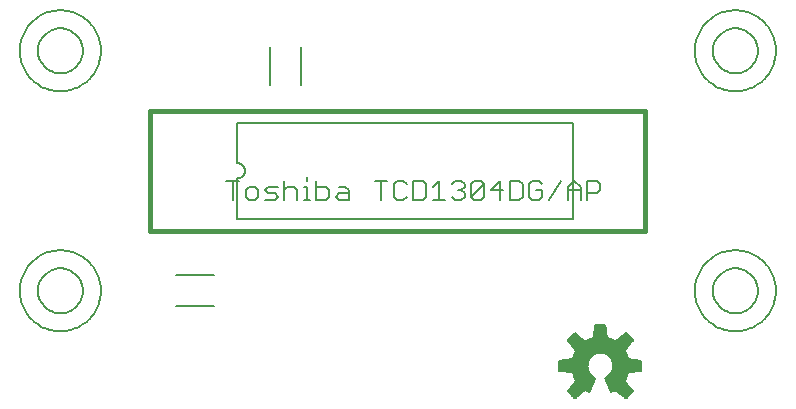
<source format=gto>
G75*
G70*
%OFA0B0*%
%FSLAX24Y24*%
%IPPOS*%
%LPD*%
%AMOC8*
5,1,8,0,0,1.08239X$1,22.5*
%
%ADD10C,0.0060*%
%ADD11C,0.0160*%
%ADD12C,0.0080*%
%ADD13C,0.0059*%
D10*
X000750Y005100D02*
X000752Y005173D01*
X000758Y005246D01*
X000768Y005318D01*
X000782Y005390D01*
X000799Y005461D01*
X000821Y005531D01*
X000846Y005600D01*
X000875Y005667D01*
X000907Y005732D01*
X000943Y005796D01*
X000983Y005858D01*
X001025Y005917D01*
X001071Y005974D01*
X001120Y006028D01*
X001172Y006080D01*
X001226Y006129D01*
X001283Y006175D01*
X001342Y006217D01*
X001404Y006257D01*
X001468Y006293D01*
X001533Y006325D01*
X001600Y006354D01*
X001669Y006379D01*
X001739Y006401D01*
X001810Y006418D01*
X001882Y006432D01*
X001954Y006442D01*
X002027Y006448D01*
X002100Y006450D01*
X002173Y006448D01*
X002246Y006442D01*
X002318Y006432D01*
X002390Y006418D01*
X002461Y006401D01*
X002531Y006379D01*
X002600Y006354D01*
X002667Y006325D01*
X002732Y006293D01*
X002796Y006257D01*
X002858Y006217D01*
X002917Y006175D01*
X002974Y006129D01*
X003028Y006080D01*
X003080Y006028D01*
X003129Y005974D01*
X003175Y005917D01*
X003217Y005858D01*
X003257Y005796D01*
X003293Y005732D01*
X003325Y005667D01*
X003354Y005600D01*
X003379Y005531D01*
X003401Y005461D01*
X003418Y005390D01*
X003432Y005318D01*
X003442Y005246D01*
X003448Y005173D01*
X003450Y005100D01*
X003448Y005027D01*
X003442Y004954D01*
X003432Y004882D01*
X003418Y004810D01*
X003401Y004739D01*
X003379Y004669D01*
X003354Y004600D01*
X003325Y004533D01*
X003293Y004468D01*
X003257Y004404D01*
X003217Y004342D01*
X003175Y004283D01*
X003129Y004226D01*
X003080Y004172D01*
X003028Y004120D01*
X002974Y004071D01*
X002917Y004025D01*
X002858Y003983D01*
X002796Y003943D01*
X002732Y003907D01*
X002667Y003875D01*
X002600Y003846D01*
X002531Y003821D01*
X002461Y003799D01*
X002390Y003782D01*
X002318Y003768D01*
X002246Y003758D01*
X002173Y003752D01*
X002100Y003750D01*
X002027Y003752D01*
X001954Y003758D01*
X001882Y003768D01*
X001810Y003782D01*
X001739Y003799D01*
X001669Y003821D01*
X001600Y003846D01*
X001533Y003875D01*
X001468Y003907D01*
X001404Y003943D01*
X001342Y003983D01*
X001283Y004025D01*
X001226Y004071D01*
X001172Y004120D01*
X001120Y004172D01*
X001071Y004226D01*
X001025Y004283D01*
X000983Y004342D01*
X000943Y004404D01*
X000907Y004468D01*
X000875Y004533D01*
X000846Y004600D01*
X000821Y004669D01*
X000799Y004739D01*
X000782Y004810D01*
X000768Y004882D01*
X000758Y004954D01*
X000752Y005027D01*
X000750Y005100D01*
X007630Y008771D02*
X008057Y008771D01*
X008000Y008850D02*
X008000Y007500D01*
X019200Y007500D01*
X019200Y010700D01*
X008000Y010700D01*
X008000Y009350D01*
X008030Y009348D01*
X008060Y009343D01*
X008089Y009334D01*
X008116Y009321D01*
X008142Y009306D01*
X008166Y009287D01*
X008187Y009266D01*
X008206Y009242D01*
X008221Y009216D01*
X008234Y009189D01*
X008243Y009160D01*
X008248Y009130D01*
X008250Y009100D01*
X008248Y009070D01*
X008243Y009040D01*
X008234Y009011D01*
X008221Y008984D01*
X008206Y008958D01*
X008187Y008934D01*
X008166Y008913D01*
X008142Y008894D01*
X008116Y008879D01*
X008089Y008866D01*
X008060Y008857D01*
X008030Y008852D01*
X008000Y008850D01*
X007844Y008771D02*
X007844Y008130D01*
X008275Y008237D02*
X008381Y008130D01*
X008595Y008130D01*
X008702Y008237D01*
X008702Y008450D01*
X008595Y008557D01*
X008381Y008557D01*
X008275Y008450D01*
X008275Y008237D01*
X008919Y008130D02*
X009239Y008130D01*
X009346Y008237D01*
X009239Y008344D01*
X009026Y008344D01*
X008919Y008450D01*
X009026Y008557D01*
X009346Y008557D01*
X009564Y008450D02*
X009670Y008557D01*
X009884Y008557D01*
X009991Y008450D01*
X009991Y008130D01*
X010208Y008130D02*
X010422Y008130D01*
X010315Y008130D02*
X010315Y008557D01*
X010208Y008557D01*
X010638Y008557D02*
X010958Y008557D01*
X011065Y008450D01*
X011065Y008237D01*
X010958Y008130D01*
X010638Y008130D01*
X010638Y008771D01*
X010315Y008771D02*
X010315Y008877D01*
X009564Y008771D02*
X009564Y008130D01*
X011282Y008237D02*
X011389Y008130D01*
X011709Y008130D01*
X011709Y008450D01*
X011603Y008557D01*
X011389Y008557D01*
X011389Y008344D02*
X011709Y008344D01*
X011389Y008344D02*
X011282Y008237D01*
X012572Y008771D02*
X012999Y008771D01*
X012785Y008771D02*
X012785Y008130D01*
X013216Y008237D02*
X013323Y008130D01*
X013536Y008130D01*
X013643Y008237D01*
X013861Y008130D02*
X014181Y008130D01*
X014288Y008237D01*
X014288Y008664D01*
X014181Y008771D01*
X013861Y008771D01*
X013861Y008130D01*
X013216Y008237D02*
X013216Y008664D01*
X013323Y008771D01*
X013536Y008771D01*
X013643Y008664D01*
X014505Y008557D02*
X014719Y008771D01*
X014719Y008130D01*
X014932Y008130D02*
X014505Y008130D01*
X015150Y008237D02*
X015257Y008130D01*
X015470Y008130D01*
X015577Y008237D01*
X015577Y008344D01*
X015470Y008450D01*
X015363Y008450D01*
X015470Y008450D02*
X015577Y008557D01*
X015577Y008664D01*
X015470Y008771D01*
X015257Y008771D01*
X015150Y008664D01*
X015794Y008664D02*
X015794Y008237D01*
X016221Y008664D01*
X016221Y008237D01*
X016115Y008130D01*
X015901Y008130D01*
X015794Y008237D01*
X016439Y008450D02*
X016866Y008450D01*
X016759Y008130D02*
X016759Y008771D01*
X016439Y008450D01*
X016221Y008664D02*
X016115Y008771D01*
X015901Y008771D01*
X015794Y008664D01*
X017083Y008771D02*
X017083Y008130D01*
X017404Y008130D01*
X017510Y008237D01*
X017510Y008664D01*
X017404Y008771D01*
X017083Y008771D01*
X017728Y008664D02*
X017728Y008237D01*
X017835Y008130D01*
X018048Y008130D01*
X018155Y008237D01*
X018155Y008450D01*
X017941Y008450D01*
X017728Y008664D02*
X017835Y008771D01*
X018048Y008771D01*
X018155Y008664D01*
X018372Y008130D02*
X018800Y008771D01*
X019017Y008557D02*
X019231Y008771D01*
X019444Y008557D01*
X019444Y008130D01*
X019662Y008130D02*
X019662Y008771D01*
X019982Y008771D01*
X020089Y008664D01*
X020089Y008450D01*
X019982Y008344D01*
X019662Y008344D01*
X019444Y008450D02*
X019017Y008450D01*
X019017Y008557D02*
X019017Y008130D01*
X023250Y005100D02*
X023252Y005173D01*
X023258Y005246D01*
X023268Y005318D01*
X023282Y005390D01*
X023299Y005461D01*
X023321Y005531D01*
X023346Y005600D01*
X023375Y005667D01*
X023407Y005732D01*
X023443Y005796D01*
X023483Y005858D01*
X023525Y005917D01*
X023571Y005974D01*
X023620Y006028D01*
X023672Y006080D01*
X023726Y006129D01*
X023783Y006175D01*
X023842Y006217D01*
X023904Y006257D01*
X023968Y006293D01*
X024033Y006325D01*
X024100Y006354D01*
X024169Y006379D01*
X024239Y006401D01*
X024310Y006418D01*
X024382Y006432D01*
X024454Y006442D01*
X024527Y006448D01*
X024600Y006450D01*
X024673Y006448D01*
X024746Y006442D01*
X024818Y006432D01*
X024890Y006418D01*
X024961Y006401D01*
X025031Y006379D01*
X025100Y006354D01*
X025167Y006325D01*
X025232Y006293D01*
X025296Y006257D01*
X025358Y006217D01*
X025417Y006175D01*
X025474Y006129D01*
X025528Y006080D01*
X025580Y006028D01*
X025629Y005974D01*
X025675Y005917D01*
X025717Y005858D01*
X025757Y005796D01*
X025793Y005732D01*
X025825Y005667D01*
X025854Y005600D01*
X025879Y005531D01*
X025901Y005461D01*
X025918Y005390D01*
X025932Y005318D01*
X025942Y005246D01*
X025948Y005173D01*
X025950Y005100D01*
X025948Y005027D01*
X025942Y004954D01*
X025932Y004882D01*
X025918Y004810D01*
X025901Y004739D01*
X025879Y004669D01*
X025854Y004600D01*
X025825Y004533D01*
X025793Y004468D01*
X025757Y004404D01*
X025717Y004342D01*
X025675Y004283D01*
X025629Y004226D01*
X025580Y004172D01*
X025528Y004120D01*
X025474Y004071D01*
X025417Y004025D01*
X025358Y003983D01*
X025296Y003943D01*
X025232Y003907D01*
X025167Y003875D01*
X025100Y003846D01*
X025031Y003821D01*
X024961Y003799D01*
X024890Y003782D01*
X024818Y003768D01*
X024746Y003758D01*
X024673Y003752D01*
X024600Y003750D01*
X024527Y003752D01*
X024454Y003758D01*
X024382Y003768D01*
X024310Y003782D01*
X024239Y003799D01*
X024169Y003821D01*
X024100Y003846D01*
X024033Y003875D01*
X023968Y003907D01*
X023904Y003943D01*
X023842Y003983D01*
X023783Y004025D01*
X023726Y004071D01*
X023672Y004120D01*
X023620Y004172D01*
X023571Y004226D01*
X023525Y004283D01*
X023483Y004342D01*
X023443Y004404D01*
X023407Y004468D01*
X023375Y004533D01*
X023346Y004600D01*
X023321Y004669D01*
X023299Y004739D01*
X023282Y004810D01*
X023268Y004882D01*
X023258Y004954D01*
X023252Y005027D01*
X023250Y005100D01*
X023250Y013100D02*
X023252Y013173D01*
X023258Y013246D01*
X023268Y013318D01*
X023282Y013390D01*
X023299Y013461D01*
X023321Y013531D01*
X023346Y013600D01*
X023375Y013667D01*
X023407Y013732D01*
X023443Y013796D01*
X023483Y013858D01*
X023525Y013917D01*
X023571Y013974D01*
X023620Y014028D01*
X023672Y014080D01*
X023726Y014129D01*
X023783Y014175D01*
X023842Y014217D01*
X023904Y014257D01*
X023968Y014293D01*
X024033Y014325D01*
X024100Y014354D01*
X024169Y014379D01*
X024239Y014401D01*
X024310Y014418D01*
X024382Y014432D01*
X024454Y014442D01*
X024527Y014448D01*
X024600Y014450D01*
X024673Y014448D01*
X024746Y014442D01*
X024818Y014432D01*
X024890Y014418D01*
X024961Y014401D01*
X025031Y014379D01*
X025100Y014354D01*
X025167Y014325D01*
X025232Y014293D01*
X025296Y014257D01*
X025358Y014217D01*
X025417Y014175D01*
X025474Y014129D01*
X025528Y014080D01*
X025580Y014028D01*
X025629Y013974D01*
X025675Y013917D01*
X025717Y013858D01*
X025757Y013796D01*
X025793Y013732D01*
X025825Y013667D01*
X025854Y013600D01*
X025879Y013531D01*
X025901Y013461D01*
X025918Y013390D01*
X025932Y013318D01*
X025942Y013246D01*
X025948Y013173D01*
X025950Y013100D01*
X025948Y013027D01*
X025942Y012954D01*
X025932Y012882D01*
X025918Y012810D01*
X025901Y012739D01*
X025879Y012669D01*
X025854Y012600D01*
X025825Y012533D01*
X025793Y012468D01*
X025757Y012404D01*
X025717Y012342D01*
X025675Y012283D01*
X025629Y012226D01*
X025580Y012172D01*
X025528Y012120D01*
X025474Y012071D01*
X025417Y012025D01*
X025358Y011983D01*
X025296Y011943D01*
X025232Y011907D01*
X025167Y011875D01*
X025100Y011846D01*
X025031Y011821D01*
X024961Y011799D01*
X024890Y011782D01*
X024818Y011768D01*
X024746Y011758D01*
X024673Y011752D01*
X024600Y011750D01*
X024527Y011752D01*
X024454Y011758D01*
X024382Y011768D01*
X024310Y011782D01*
X024239Y011799D01*
X024169Y011821D01*
X024100Y011846D01*
X024033Y011875D01*
X023968Y011907D01*
X023904Y011943D01*
X023842Y011983D01*
X023783Y012025D01*
X023726Y012071D01*
X023672Y012120D01*
X023620Y012172D01*
X023571Y012226D01*
X023525Y012283D01*
X023483Y012342D01*
X023443Y012404D01*
X023407Y012468D01*
X023375Y012533D01*
X023346Y012600D01*
X023321Y012669D01*
X023299Y012739D01*
X023282Y012810D01*
X023268Y012882D01*
X023258Y012954D01*
X023252Y013027D01*
X023250Y013100D01*
X000750Y013100D02*
X000752Y013173D01*
X000758Y013246D01*
X000768Y013318D01*
X000782Y013390D01*
X000799Y013461D01*
X000821Y013531D01*
X000846Y013600D01*
X000875Y013667D01*
X000907Y013732D01*
X000943Y013796D01*
X000983Y013858D01*
X001025Y013917D01*
X001071Y013974D01*
X001120Y014028D01*
X001172Y014080D01*
X001226Y014129D01*
X001283Y014175D01*
X001342Y014217D01*
X001404Y014257D01*
X001468Y014293D01*
X001533Y014325D01*
X001600Y014354D01*
X001669Y014379D01*
X001739Y014401D01*
X001810Y014418D01*
X001882Y014432D01*
X001954Y014442D01*
X002027Y014448D01*
X002100Y014450D01*
X002173Y014448D01*
X002246Y014442D01*
X002318Y014432D01*
X002390Y014418D01*
X002461Y014401D01*
X002531Y014379D01*
X002600Y014354D01*
X002667Y014325D01*
X002732Y014293D01*
X002796Y014257D01*
X002858Y014217D01*
X002917Y014175D01*
X002974Y014129D01*
X003028Y014080D01*
X003080Y014028D01*
X003129Y013974D01*
X003175Y013917D01*
X003217Y013858D01*
X003257Y013796D01*
X003293Y013732D01*
X003325Y013667D01*
X003354Y013600D01*
X003379Y013531D01*
X003401Y013461D01*
X003418Y013390D01*
X003432Y013318D01*
X003442Y013246D01*
X003448Y013173D01*
X003450Y013100D01*
X003448Y013027D01*
X003442Y012954D01*
X003432Y012882D01*
X003418Y012810D01*
X003401Y012739D01*
X003379Y012669D01*
X003354Y012600D01*
X003325Y012533D01*
X003293Y012468D01*
X003257Y012404D01*
X003217Y012342D01*
X003175Y012283D01*
X003129Y012226D01*
X003080Y012172D01*
X003028Y012120D01*
X002974Y012071D01*
X002917Y012025D01*
X002858Y011983D01*
X002796Y011943D01*
X002732Y011907D01*
X002667Y011875D01*
X002600Y011846D01*
X002531Y011821D01*
X002461Y011799D01*
X002390Y011782D01*
X002318Y011768D01*
X002246Y011758D01*
X002173Y011752D01*
X002100Y011750D01*
X002027Y011752D01*
X001954Y011758D01*
X001882Y011768D01*
X001810Y011782D01*
X001739Y011799D01*
X001669Y011821D01*
X001600Y011846D01*
X001533Y011875D01*
X001468Y011907D01*
X001404Y011943D01*
X001342Y011983D01*
X001283Y012025D01*
X001226Y012071D01*
X001172Y012120D01*
X001120Y012172D01*
X001071Y012226D01*
X001025Y012283D01*
X000983Y012342D01*
X000943Y012404D01*
X000907Y012468D01*
X000875Y012533D01*
X000846Y012600D01*
X000821Y012669D01*
X000799Y012739D01*
X000782Y012810D01*
X000768Y012882D01*
X000758Y012954D01*
X000752Y013027D01*
X000750Y013100D01*
D11*
X005100Y011100D02*
X005100Y007100D01*
X021600Y007100D01*
X021600Y011100D01*
X005100Y011100D01*
D12*
X005970Y004588D02*
X007230Y004588D01*
X007230Y005612D02*
X005970Y005612D01*
X001352Y005100D02*
X001354Y005155D01*
X001360Y005209D01*
X001370Y005263D01*
X001384Y005315D01*
X001401Y005367D01*
X001423Y005417D01*
X001448Y005466D01*
X001476Y005513D01*
X001508Y005557D01*
X001543Y005599D01*
X001581Y005638D01*
X001622Y005675D01*
X001665Y005708D01*
X001710Y005738D01*
X001758Y005765D01*
X001807Y005788D01*
X001858Y005808D01*
X001911Y005824D01*
X001964Y005836D01*
X002018Y005844D01*
X002073Y005848D01*
X002127Y005848D01*
X002182Y005844D01*
X002236Y005836D01*
X002289Y005824D01*
X002342Y005808D01*
X002393Y005788D01*
X002442Y005765D01*
X002490Y005738D01*
X002535Y005708D01*
X002578Y005675D01*
X002619Y005638D01*
X002657Y005599D01*
X002692Y005557D01*
X002724Y005513D01*
X002752Y005466D01*
X002777Y005417D01*
X002799Y005367D01*
X002816Y005315D01*
X002830Y005263D01*
X002840Y005209D01*
X002846Y005155D01*
X002848Y005100D01*
X002846Y005045D01*
X002840Y004991D01*
X002830Y004937D01*
X002816Y004885D01*
X002799Y004833D01*
X002777Y004783D01*
X002752Y004734D01*
X002724Y004687D01*
X002692Y004643D01*
X002657Y004601D01*
X002619Y004562D01*
X002578Y004525D01*
X002535Y004492D01*
X002490Y004462D01*
X002442Y004435D01*
X002393Y004412D01*
X002342Y004392D01*
X002289Y004376D01*
X002236Y004364D01*
X002182Y004356D01*
X002127Y004352D01*
X002073Y004352D01*
X002018Y004356D01*
X001964Y004364D01*
X001911Y004376D01*
X001858Y004392D01*
X001807Y004412D01*
X001758Y004435D01*
X001710Y004462D01*
X001665Y004492D01*
X001622Y004525D01*
X001581Y004562D01*
X001543Y004601D01*
X001508Y004643D01*
X001476Y004687D01*
X001448Y004734D01*
X001423Y004783D01*
X001401Y004833D01*
X001384Y004885D01*
X001370Y004937D01*
X001360Y004991D01*
X001354Y005045D01*
X001352Y005100D01*
X009088Y011970D02*
X009088Y013230D01*
X010112Y013230D02*
X010112Y011970D01*
X001352Y013100D02*
X001354Y013155D01*
X001360Y013209D01*
X001370Y013263D01*
X001384Y013315D01*
X001401Y013367D01*
X001423Y013417D01*
X001448Y013466D01*
X001476Y013513D01*
X001508Y013557D01*
X001543Y013599D01*
X001581Y013638D01*
X001622Y013675D01*
X001665Y013708D01*
X001710Y013738D01*
X001758Y013765D01*
X001807Y013788D01*
X001858Y013808D01*
X001911Y013824D01*
X001964Y013836D01*
X002018Y013844D01*
X002073Y013848D01*
X002127Y013848D01*
X002182Y013844D01*
X002236Y013836D01*
X002289Y013824D01*
X002342Y013808D01*
X002393Y013788D01*
X002442Y013765D01*
X002490Y013738D01*
X002535Y013708D01*
X002578Y013675D01*
X002619Y013638D01*
X002657Y013599D01*
X002692Y013557D01*
X002724Y013513D01*
X002752Y013466D01*
X002777Y013417D01*
X002799Y013367D01*
X002816Y013315D01*
X002830Y013263D01*
X002840Y013209D01*
X002846Y013155D01*
X002848Y013100D01*
X002846Y013045D01*
X002840Y012991D01*
X002830Y012937D01*
X002816Y012885D01*
X002799Y012833D01*
X002777Y012783D01*
X002752Y012734D01*
X002724Y012687D01*
X002692Y012643D01*
X002657Y012601D01*
X002619Y012562D01*
X002578Y012525D01*
X002535Y012492D01*
X002490Y012462D01*
X002442Y012435D01*
X002393Y012412D01*
X002342Y012392D01*
X002289Y012376D01*
X002236Y012364D01*
X002182Y012356D01*
X002127Y012352D01*
X002073Y012352D01*
X002018Y012356D01*
X001964Y012364D01*
X001911Y012376D01*
X001858Y012392D01*
X001807Y012412D01*
X001758Y012435D01*
X001710Y012462D01*
X001665Y012492D01*
X001622Y012525D01*
X001581Y012562D01*
X001543Y012601D01*
X001508Y012643D01*
X001476Y012687D01*
X001448Y012734D01*
X001423Y012783D01*
X001401Y012833D01*
X001384Y012885D01*
X001370Y012937D01*
X001360Y012991D01*
X001354Y013045D01*
X001352Y013100D01*
X023852Y013100D02*
X023854Y013155D01*
X023860Y013209D01*
X023870Y013263D01*
X023884Y013315D01*
X023901Y013367D01*
X023923Y013417D01*
X023948Y013466D01*
X023976Y013513D01*
X024008Y013557D01*
X024043Y013599D01*
X024081Y013638D01*
X024122Y013675D01*
X024165Y013708D01*
X024210Y013738D01*
X024258Y013765D01*
X024307Y013788D01*
X024358Y013808D01*
X024411Y013824D01*
X024464Y013836D01*
X024518Y013844D01*
X024573Y013848D01*
X024627Y013848D01*
X024682Y013844D01*
X024736Y013836D01*
X024789Y013824D01*
X024842Y013808D01*
X024893Y013788D01*
X024942Y013765D01*
X024990Y013738D01*
X025035Y013708D01*
X025078Y013675D01*
X025119Y013638D01*
X025157Y013599D01*
X025192Y013557D01*
X025224Y013513D01*
X025252Y013466D01*
X025277Y013417D01*
X025299Y013367D01*
X025316Y013315D01*
X025330Y013263D01*
X025340Y013209D01*
X025346Y013155D01*
X025348Y013100D01*
X025346Y013045D01*
X025340Y012991D01*
X025330Y012937D01*
X025316Y012885D01*
X025299Y012833D01*
X025277Y012783D01*
X025252Y012734D01*
X025224Y012687D01*
X025192Y012643D01*
X025157Y012601D01*
X025119Y012562D01*
X025078Y012525D01*
X025035Y012492D01*
X024990Y012462D01*
X024942Y012435D01*
X024893Y012412D01*
X024842Y012392D01*
X024789Y012376D01*
X024736Y012364D01*
X024682Y012356D01*
X024627Y012352D01*
X024573Y012352D01*
X024518Y012356D01*
X024464Y012364D01*
X024411Y012376D01*
X024358Y012392D01*
X024307Y012412D01*
X024258Y012435D01*
X024210Y012462D01*
X024165Y012492D01*
X024122Y012525D01*
X024081Y012562D01*
X024043Y012601D01*
X024008Y012643D01*
X023976Y012687D01*
X023948Y012734D01*
X023923Y012783D01*
X023901Y012833D01*
X023884Y012885D01*
X023870Y012937D01*
X023860Y012991D01*
X023854Y013045D01*
X023852Y013100D01*
X023852Y005100D02*
X023854Y005155D01*
X023860Y005209D01*
X023870Y005263D01*
X023884Y005315D01*
X023901Y005367D01*
X023923Y005417D01*
X023948Y005466D01*
X023976Y005513D01*
X024008Y005557D01*
X024043Y005599D01*
X024081Y005638D01*
X024122Y005675D01*
X024165Y005708D01*
X024210Y005738D01*
X024258Y005765D01*
X024307Y005788D01*
X024358Y005808D01*
X024411Y005824D01*
X024464Y005836D01*
X024518Y005844D01*
X024573Y005848D01*
X024627Y005848D01*
X024682Y005844D01*
X024736Y005836D01*
X024789Y005824D01*
X024842Y005808D01*
X024893Y005788D01*
X024942Y005765D01*
X024990Y005738D01*
X025035Y005708D01*
X025078Y005675D01*
X025119Y005638D01*
X025157Y005599D01*
X025192Y005557D01*
X025224Y005513D01*
X025252Y005466D01*
X025277Y005417D01*
X025299Y005367D01*
X025316Y005315D01*
X025330Y005263D01*
X025340Y005209D01*
X025346Y005155D01*
X025348Y005100D01*
X025346Y005045D01*
X025340Y004991D01*
X025330Y004937D01*
X025316Y004885D01*
X025299Y004833D01*
X025277Y004783D01*
X025252Y004734D01*
X025224Y004687D01*
X025192Y004643D01*
X025157Y004601D01*
X025119Y004562D01*
X025078Y004525D01*
X025035Y004492D01*
X024990Y004462D01*
X024942Y004435D01*
X024893Y004412D01*
X024842Y004392D01*
X024789Y004376D01*
X024736Y004364D01*
X024682Y004356D01*
X024627Y004352D01*
X024573Y004352D01*
X024518Y004356D01*
X024464Y004364D01*
X024411Y004376D01*
X024358Y004392D01*
X024307Y004412D01*
X024258Y004435D01*
X024210Y004462D01*
X024165Y004492D01*
X024122Y004525D01*
X024081Y004562D01*
X024043Y004601D01*
X024008Y004643D01*
X023976Y004687D01*
X023948Y004734D01*
X023923Y004783D01*
X023901Y004833D01*
X023884Y004885D01*
X023870Y004937D01*
X023860Y004991D01*
X023854Y005045D01*
X023852Y005100D01*
D13*
X021138Y003496D02*
X020715Y003496D01*
X020645Y003438D02*
X021178Y003438D01*
X021186Y003448D02*
X020948Y003686D01*
X020602Y003403D01*
X020510Y003454D01*
X020414Y003494D01*
X020313Y003523D01*
X020268Y003968D01*
X019932Y003968D01*
X019887Y003523D01*
X019786Y003494D01*
X019690Y003454D01*
X019598Y003403D01*
X019252Y003686D01*
X019014Y003448D01*
X019297Y003102D01*
X019246Y003010D01*
X019206Y002914D01*
X019177Y002813D01*
X018732Y002768D01*
X018732Y002432D01*
X019177Y002387D01*
X019206Y002286D01*
X019246Y002190D01*
X019297Y002098D01*
X019014Y001752D01*
X019252Y001514D01*
X019598Y001797D01*
X019666Y001758D01*
X019737Y001725D01*
X019935Y002202D01*
X019871Y002235D01*
X019813Y002279D01*
X019763Y002332D01*
X019723Y002392D01*
X019694Y002458D01*
X019675Y002528D01*
X019669Y002600D01*
X019677Y002680D01*
X019699Y002758D01*
X019736Y002830D01*
X019785Y002894D01*
X019846Y002948D01*
X019915Y002989D01*
X019991Y003017D01*
X020071Y003030D01*
X020151Y003028D01*
X020230Y003010D01*
X020305Y002979D01*
X020372Y002934D01*
X020429Y002877D01*
X020475Y002811D01*
X020508Y002737D01*
X020527Y002659D01*
X020530Y002578D01*
X020518Y002498D01*
X020492Y002422D01*
X020452Y002352D01*
X020399Y002290D01*
X020336Y002240D01*
X020265Y002202D01*
X020463Y001725D01*
X020534Y001758D01*
X020602Y001797D01*
X020948Y001514D01*
X021186Y001752D01*
X020903Y002098D01*
X020954Y002190D01*
X020994Y002286D01*
X021023Y002387D01*
X021468Y002432D01*
X021468Y002768D01*
X021023Y002813D01*
X020994Y002914D01*
X020954Y003010D01*
X020903Y003102D01*
X021186Y003448D01*
X021131Y003381D02*
X019069Y003381D01*
X019022Y003438D02*
X019555Y003438D01*
X019485Y003496D02*
X019062Y003496D01*
X019119Y003553D02*
X019414Y003553D01*
X019344Y003611D02*
X019177Y003611D01*
X019234Y003668D02*
X019273Y003668D01*
X019116Y003323D02*
X021084Y003323D01*
X021037Y003266D02*
X019163Y003266D01*
X019210Y003208D02*
X020990Y003208D01*
X020943Y003150D02*
X019257Y003150D01*
X019292Y003093D02*
X020908Y003093D01*
X020940Y003035D02*
X019260Y003035D01*
X019233Y002978D02*
X019896Y002978D01*
X019815Y002920D02*
X019209Y002920D01*
X019191Y002863D02*
X019761Y002863D01*
X019723Y002805D02*
X019098Y002805D01*
X018732Y002748D02*
X019696Y002748D01*
X019680Y002690D02*
X018732Y002690D01*
X018732Y002632D02*
X019672Y002632D01*
X019671Y002575D02*
X018732Y002575D01*
X018732Y002517D02*
X019678Y002517D01*
X019693Y002460D02*
X018732Y002460D01*
X019026Y002402D02*
X019718Y002402D01*
X019755Y002345D02*
X019189Y002345D01*
X019206Y002287D02*
X019805Y002287D01*
X019882Y002230D02*
X019230Y002230D01*
X019256Y002172D02*
X019923Y002172D01*
X019899Y002114D02*
X019288Y002114D01*
X019263Y002057D02*
X019875Y002057D01*
X019851Y001999D02*
X019216Y001999D01*
X019169Y001942D02*
X019827Y001942D01*
X019803Y001884D02*
X019122Y001884D01*
X019075Y001827D02*
X019780Y001827D01*
X019756Y001769D02*
X019646Y001769D01*
X019564Y001769D02*
X019028Y001769D01*
X019054Y001712D02*
X019494Y001712D01*
X019423Y001654D02*
X019112Y001654D01*
X019169Y001596D02*
X019353Y001596D01*
X019282Y001539D02*
X019227Y001539D01*
X020349Y001999D02*
X020984Y001999D01*
X021031Y001942D02*
X020373Y001942D01*
X020397Y001884D02*
X021078Y001884D01*
X021125Y001827D02*
X020420Y001827D01*
X020444Y001769D02*
X020554Y001769D01*
X020636Y001769D02*
X021172Y001769D01*
X021146Y001712D02*
X020706Y001712D01*
X020777Y001654D02*
X021088Y001654D01*
X021031Y001596D02*
X020847Y001596D01*
X020918Y001539D02*
X020973Y001539D01*
X020937Y002057D02*
X020325Y002057D01*
X020301Y002114D02*
X020912Y002114D01*
X020944Y002172D02*
X020277Y002172D01*
X020317Y002230D02*
X020970Y002230D01*
X020994Y002287D02*
X020395Y002287D01*
X020446Y002345D02*
X021011Y002345D01*
X021174Y002402D02*
X020481Y002402D01*
X020505Y002460D02*
X021468Y002460D01*
X021468Y002517D02*
X020521Y002517D01*
X020530Y002575D02*
X021468Y002575D01*
X021468Y002632D02*
X020528Y002632D01*
X020519Y002690D02*
X021468Y002690D01*
X021468Y002748D02*
X020504Y002748D01*
X020478Y002805D02*
X021102Y002805D01*
X021009Y002863D02*
X020440Y002863D01*
X020386Y002920D02*
X020991Y002920D01*
X020967Y002978D02*
X020306Y002978D01*
X020539Y003438D02*
X019661Y003438D01*
X019793Y003496D02*
X020407Y003496D01*
X020310Y003553D02*
X019890Y003553D01*
X019896Y003611D02*
X020304Y003611D01*
X020298Y003668D02*
X019902Y003668D01*
X019908Y003726D02*
X020292Y003726D01*
X020287Y003784D02*
X019913Y003784D01*
X019919Y003841D02*
X020281Y003841D01*
X020275Y003899D02*
X019925Y003899D01*
X019931Y003956D02*
X020269Y003956D01*
X020786Y003553D02*
X021081Y003553D01*
X021023Y003611D02*
X020856Y003611D01*
X020927Y003668D02*
X020966Y003668D01*
M02*

</source>
